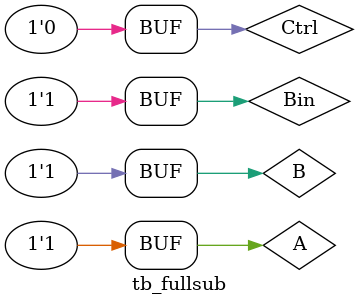
<source format=v>
`timescale 1ns / 1ps


module tb_fullsub;  
    // 1. Declare testbench variables  
   reg A;  
   reg B;  
   reg Ctrl;
   reg Bin;  
   wire Mout;  
   wire Bout;
  
    // 2. Instantiate the design and connect to testbench variables  
   FullSub_Mux  fs0 ( .A (A),  
                  .B (B),  
                  .Bin (Bin),  
                  .Ctrl (Ctrl),  
                  .Bout (Bout),
                  .Mout (Mout));  
  
    // 3. Provide stimulus to test the design  
   initial begin  
      A = 0;  
      B = 0;  
      Bin = 0;  
      Ctrl = 0;
            
      #10;
      
      A = 0;  
      B = 0;  
      Bin = 1;  
      Ctrl = 0;
      
      #10;
      
      A = 0;  
      B = 1;  
      Bin = 0;  
      Ctrl = 0;
      
      #10;
      
      A = 0;  
      B = 1;  
      Bin = 1;  
      Ctrl = 0;
      
      #10 
      
      A = 1;  
      B = 0;  
      Bin = 0;  
      Ctrl = 0;
            
      #10;
      
      A = 1;  
      B = 0;  
      Bin = 1;  
      Ctrl = 0;
      
      #10;
      
      A = 1;  
      B = 1;  
      Bin = 0;  
      Ctrl = 0;
      
      #10;
      
      A = 1;  
      B = 1;  
      Bin = 1;  
      Ctrl = 0;
      
      #10;
   end  
endmodule  

</source>
